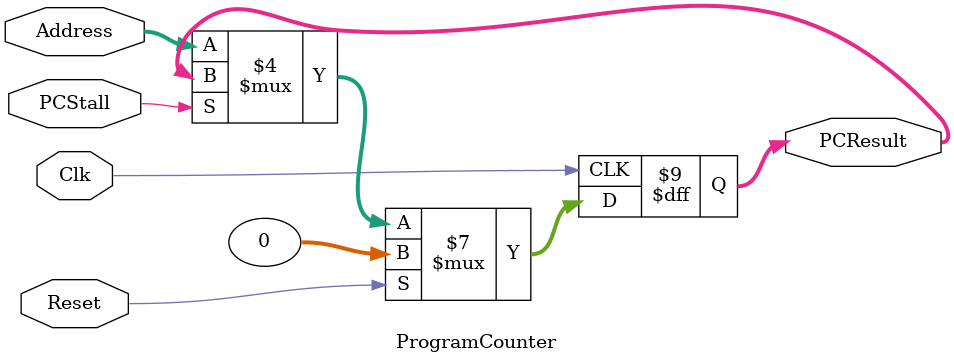
<source format=v>
`timescale 1ns / 1ps
module ProgramCounter(Address, Reset, Clk, PCStall, 
                                            PCResult);
    (*keep = "true"*)
    
	input [31:0] Address;
	input Reset;
	input Clk;
	input PCStall;

	output reg [31:0] PCResult;
    
    initial begin
        PCResult <= 32'b0;
    end
    
    always@(posedge Clk)
    begin
        if(Reset) begin
            PCResult <= 32'b0;
        end
        else begin
            if( !PCStall ) begin
                PCResult <= Address;
            end
        end
    end

endmodule

</source>
